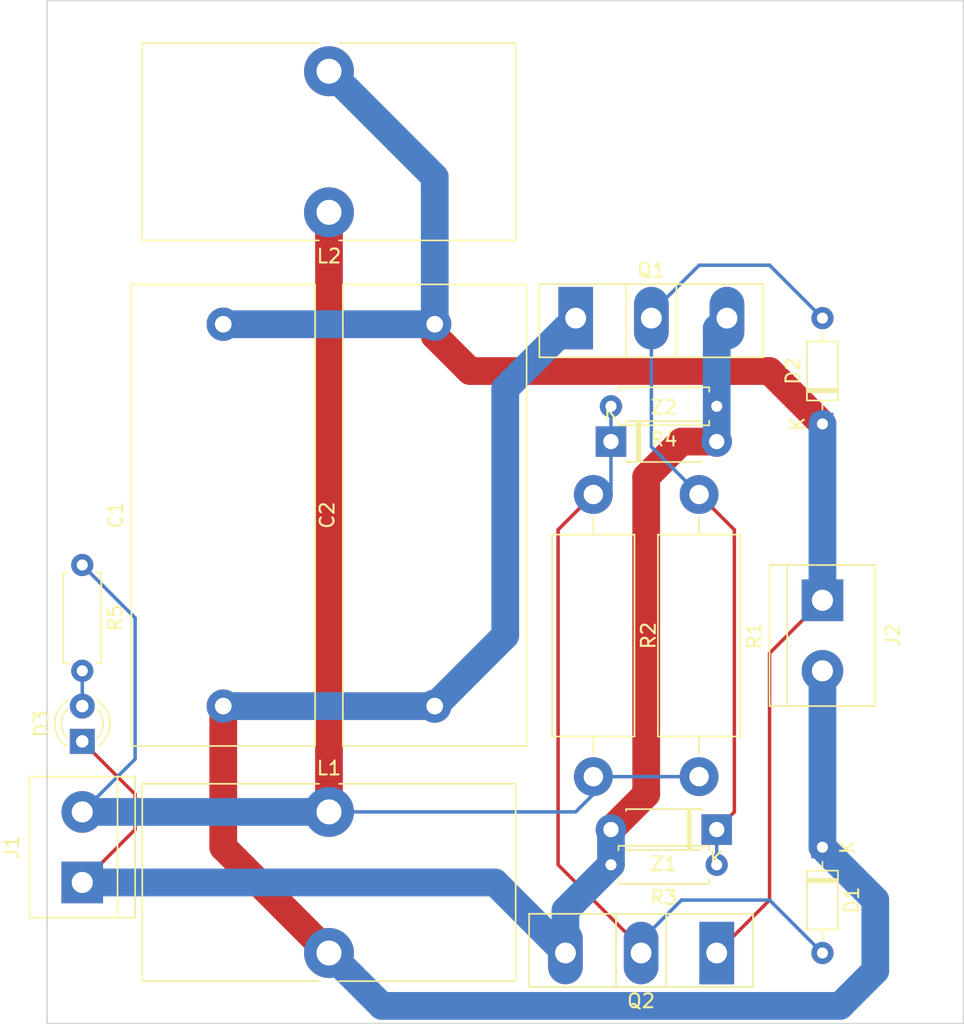
<source format=kicad_pcb>
(kicad_pcb (version 20171130) (host pcbnew "(5.1.4)-1")

  (general
    (thickness 1.6)
    (drawings 4)
    (tracks 69)
    (zones 0)
    (modules 18)
    (nets 8)
  )

  (page A4)
  (layers
    (0 F.Cu signal)
    (31 B.Cu signal)
    (32 B.Adhes user)
    (33 F.Adhes user)
    (34 B.Paste user)
    (35 F.Paste user)
    (36 B.SilkS user)
    (37 F.SilkS user)
    (38 B.Mask user)
    (39 F.Mask user)
    (40 Dwgs.User user)
    (41 Cmts.User user)
    (42 Eco1.User user)
    (43 Eco2.User user)
    (44 Edge.Cuts user)
    (45 Margin user)
    (46 B.CrtYd user)
    (47 F.CrtYd user)
    (48 B.Fab user)
    (49 F.Fab user)
  )

  (setup
    (last_trace_width 2)
    (user_trace_width 2)
    (trace_clearance 0.2)
    (zone_clearance 0.508)
    (zone_45_only no)
    (trace_min 0.2)
    (via_size 0.8)
    (via_drill 0.4)
    (via_min_size 0.4)
    (via_min_drill 0.3)
    (uvia_size 0.3)
    (uvia_drill 0.1)
    (uvias_allowed no)
    (uvia_min_size 0.2)
    (uvia_min_drill 0.1)
    (edge_width 0.1)
    (segment_width 0.2)
    (pcb_text_width 0.3)
    (pcb_text_size 1.5 1.5)
    (mod_edge_width 0.15)
    (mod_text_size 1 1)
    (mod_text_width 0.15)
    (pad_size 1.524 1.524)
    (pad_drill 0.762)
    (pad_to_mask_clearance 0)
    (aux_axis_origin 0 0)
    (visible_elements 7FFFFFFF)
    (pcbplotparams
      (layerselection 0x010fc_ffffffff)
      (usegerberextensions false)
      (usegerberattributes false)
      (usegerberadvancedattributes false)
      (creategerberjobfile false)
      (excludeedgelayer true)
      (linewidth 0.100000)
      (plotframeref false)
      (viasonmask false)
      (mode 1)
      (useauxorigin false)
      (hpglpennumber 1)
      (hpglpenspeed 20)
      (hpglpendiameter 15.000000)
      (psnegative false)
      (psa4output false)
      (plotreference true)
      (plotvalue true)
      (plotinvisibletext false)
      (padsonsilk false)
      (subtractmaskfromsilk false)
      (outputformat 1)
      (mirror false)
      (drillshape 1)
      (scaleselection 1)
      (outputdirectory ""))
  )

  (net 0 "")
  (net 1 "Net-(D1-Pad2)")
  (net 2 "Net-(D2-Pad2)")
  (net 3 /DCInput-)
  (net 4 /DCInput+)
  (net 5 /Output-)
  (net 6 /Output+)
  (net 7 "Net-(D3-Pad2)")

  (net_class Default "This is the default net class."
    (clearance 0.2)
    (trace_width 0.25)
    (via_dia 0.8)
    (via_drill 0.4)
    (uvia_dia 0.3)
    (uvia_drill 0.1)
    (add_net /DCInput+)
    (add_net /DCInput-)
    (add_net /Output+)
    (add_net /Output-)
    (add_net "Net-(D1-Pad2)")
    (add_net "Net-(D2-Pad2)")
    (add_net "Net-(D3-Pad2)")
  )

  (module Resistor_THT:R_Axial_DIN0207_L6.3mm_D2.5mm_P7.62mm_Horizontal (layer F.Cu) (tedit 5AE5139B) (tstamp 5FD5D105)
    (at 96.52 48.26 270)
    (descr "Resistor, Axial_DIN0207 series, Axial, Horizontal, pin pitch=7.62mm, 0.25W = 1/4W, length*diameter=6.3*2.5mm^2, http://cdn-reichelt.de/documents/datenblatt/B400/1_4W%23YAG.pdf")
    (tags "Resistor Axial_DIN0207 series Axial Horizontal pin pitch 7.62mm 0.25W = 1/4W length 6.3mm diameter 2.5mm")
    (path /5FD5F619)
    (fp_text reference R5 (at 3.81 -2.37 90) (layer F.SilkS)
      (effects (font (size 1 1) (thickness 0.15)))
    )
    (fp_text value 2.2K (at 3.81 2.37 90) (layer F.Fab)
      (effects (font (size 1 1) (thickness 0.15)))
    )
    (fp_text user %R (at 3.81 0 90) (layer F.Fab)
      (effects (font (size 1 1) (thickness 0.15)))
    )
    (fp_line (start 8.67 -1.5) (end -1.05 -1.5) (layer F.CrtYd) (width 0.05))
    (fp_line (start 8.67 1.5) (end 8.67 -1.5) (layer F.CrtYd) (width 0.05))
    (fp_line (start -1.05 1.5) (end 8.67 1.5) (layer F.CrtYd) (width 0.05))
    (fp_line (start -1.05 -1.5) (end -1.05 1.5) (layer F.CrtYd) (width 0.05))
    (fp_line (start 7.08 1.37) (end 7.08 1.04) (layer F.SilkS) (width 0.12))
    (fp_line (start 0.54 1.37) (end 7.08 1.37) (layer F.SilkS) (width 0.12))
    (fp_line (start 0.54 1.04) (end 0.54 1.37) (layer F.SilkS) (width 0.12))
    (fp_line (start 7.08 -1.37) (end 7.08 -1.04) (layer F.SilkS) (width 0.12))
    (fp_line (start 0.54 -1.37) (end 7.08 -1.37) (layer F.SilkS) (width 0.12))
    (fp_line (start 0.54 -1.04) (end 0.54 -1.37) (layer F.SilkS) (width 0.12))
    (fp_line (start 7.62 0) (end 6.96 0) (layer F.Fab) (width 0.1))
    (fp_line (start 0 0) (end 0.66 0) (layer F.Fab) (width 0.1))
    (fp_line (start 6.96 -1.25) (end 0.66 -1.25) (layer F.Fab) (width 0.1))
    (fp_line (start 6.96 1.25) (end 6.96 -1.25) (layer F.Fab) (width 0.1))
    (fp_line (start 0.66 1.25) (end 6.96 1.25) (layer F.Fab) (width 0.1))
    (fp_line (start 0.66 -1.25) (end 0.66 1.25) (layer F.Fab) (width 0.1))
    (pad 2 thru_hole oval (at 7.62 0 270) (size 1.6 1.6) (drill 0.8) (layers *.Cu *.Mask)
      (net 7 "Net-(D3-Pad2)"))
    (pad 1 thru_hole circle (at 0 0 270) (size 1.6 1.6) (drill 0.8) (layers *.Cu *.Mask)
      (net 4 /DCInput+))
    (model ${KISYS3DMOD}/Resistor_THT.3dshapes/R_Axial_DIN0207_L6.3mm_D2.5mm_P7.62mm_Horizontal.wrl
      (at (xyz 0 0 0))
      (scale (xyz 1 1 1))
      (rotate (xyz 0 0 0))
    )
  )

  (module LED_THT:LED_D3.0mm_FlatTop (layer F.Cu) (tedit 5880A862) (tstamp 5FD5CF1A)
    (at 96.52 60.96 90)
    (descr "LED, Round, FlatTop, diameter 3.0mm, 2 pins, http://www.kingbright.com/attachments/file/psearch/000/00/00/L-47XEC(Ver.9A).pdf")
    (tags "LED Round FlatTop diameter 3.0mm 2 pins")
    (path /5FD612FF)
    (fp_text reference D3 (at 1.27 -2.96 90) (layer F.SilkS)
      (effects (font (size 1 1) (thickness 0.15)))
    )
    (fp_text value LED (at 1.27 2.96 90) (layer F.Fab)
      (effects (font (size 1 1) (thickness 0.15)))
    )
    (fp_line (start 3.7 -2.25) (end -1.15 -2.25) (layer F.CrtYd) (width 0.05))
    (fp_line (start 3.7 2.25) (end 3.7 -2.25) (layer F.CrtYd) (width 0.05))
    (fp_line (start -1.15 2.25) (end 3.7 2.25) (layer F.CrtYd) (width 0.05))
    (fp_line (start -1.15 -2.25) (end -1.15 2.25) (layer F.CrtYd) (width 0.05))
    (fp_line (start -0.29 1.08) (end -0.29 1.236) (layer F.SilkS) (width 0.12))
    (fp_line (start -0.29 -1.236) (end -0.29 -1.08) (layer F.SilkS) (width 0.12))
    (fp_line (start -0.23 -1.16619) (end -0.23 1.16619) (layer F.Fab) (width 0.1))
    (fp_circle (center 1.27 0) (end 2.77 0) (layer F.Fab) (width 0.1))
    (fp_arc (start 1.27 0) (end 0.229039 1.08) (angle -87.9) (layer F.SilkS) (width 0.12))
    (fp_arc (start 1.27 0) (end 0.229039 -1.08) (angle 87.9) (layer F.SilkS) (width 0.12))
    (fp_arc (start 1.27 0) (end -0.29 1.235516) (angle -108.8) (layer F.SilkS) (width 0.12))
    (fp_arc (start 1.27 0) (end -0.29 -1.235516) (angle 108.8) (layer F.SilkS) (width 0.12))
    (fp_arc (start 1.27 0) (end -0.23 -1.16619) (angle 284.3) (layer F.Fab) (width 0.1))
    (pad 2 thru_hole circle (at 2.54 0 90) (size 1.8 1.8) (drill 0.9) (layers *.Cu *.Mask)
      (net 7 "Net-(D3-Pad2)"))
    (pad 1 thru_hole rect (at 0 0 90) (size 1.8 1.8) (drill 0.9) (layers *.Cu *.Mask)
      (net 3 /DCInput-))
    (model ${KISYS3DMOD}/LED_THT.3dshapes/LED_D3.0mm_FlatTop.wrl
      (at (xyz 0 0 0))
      (scale (xyz 1 1 1))
      (rotate (xyz 0 0 0))
    )
  )

  (module Inductor_THT:L_Toroid_Vertical_L26.7mm_W14.0mm_P10.16mm_Pulse_D (layer F.Cu) (tedit 5AE59B06) (tstamp 5F59B797)
    (at 114.3 22.86 180)
    (descr "L_Toroid, Vertical series, Radial, pin pitch=10.16mm, , length*width=26.67*13.97mm^2, Pulse, D, http://datasheet.octopart.com/PE-92112KNL-Pulse-datasheet-17853305.pdf")
    (tags "L_Toroid Vertical series Radial pin pitch 10.16mm  length 26.67mm width 13.97mm Pulse D")
    (path /5F59CA90)
    (fp_text reference L2 (at 0 -3.155) (layer F.SilkS)
      (effects (font (size 1 1) (thickness 0.15)))
    )
    (fp_text value 100uH (at 0 13.315) (layer F.Fab)
      (effects (font (size 1 1) (thickness 0.15)))
    )
    (fp_text user %R (at 5.08 0) (layer F.Fab)
      (effects (font (size 1 1) (thickness 0.15)))
    )
    (fp_line (start 13.59 -2.16) (end -13.59 -2.16) (layer F.CrtYd) (width 0.05))
    (fp_line (start 13.59 12.32) (end 13.59 -2.16) (layer F.CrtYd) (width 0.05))
    (fp_line (start -13.59 12.32) (end 13.59 12.32) (layer F.CrtYd) (width 0.05))
    (fp_line (start -13.59 -2.16) (end -13.59 12.32) (layer F.CrtYd) (width 0.05))
    (fp_line (start 13.455 -2.025) (end 13.455 12.185) (layer F.SilkS) (width 0.12))
    (fp_line (start -13.455 -2.025) (end -13.455 12.185) (layer F.SilkS) (width 0.12))
    (fp_line (start 0.725 12.185) (end 13.455 12.185) (layer F.SilkS) (width 0.12))
    (fp_line (start -13.455 12.185) (end -0.725 12.185) (layer F.SilkS) (width 0.12))
    (fp_line (start 0.725 -2.025) (end 13.455 -2.025) (layer F.SilkS) (width 0.12))
    (fp_line (start -13.455 -2.025) (end -0.725 -2.025) (layer F.SilkS) (width 0.12))
    (fp_line (start 10.668 -1.905) (end 12.0015 12.065) (layer F.Fab) (width 0.1))
    (fp_line (start 8.001 -1.905) (end 9.3345 12.065) (layer F.Fab) (width 0.1))
    (fp_line (start 5.334 -1.905) (end 6.6675 12.065) (layer F.Fab) (width 0.1))
    (fp_line (start 2.667 -1.905) (end 4.0005 12.065) (layer F.Fab) (width 0.1))
    (fp_line (start 0 -1.905) (end 1.3335 12.065) (layer F.Fab) (width 0.1))
    (fp_line (start -2.667 -1.905) (end -1.3335 12.065) (layer F.Fab) (width 0.1))
    (fp_line (start -5.334 -1.905) (end -4.0005 12.065) (layer F.Fab) (width 0.1))
    (fp_line (start -8.001 -1.905) (end -6.6675 12.065) (layer F.Fab) (width 0.1))
    (fp_line (start -10.668 -1.905) (end -9.3345 12.065) (layer F.Fab) (width 0.1))
    (fp_line (start -13.335 -1.905) (end -12.0015 12.065) (layer F.Fab) (width 0.1))
    (fp_line (start 13.335 -1.905) (end -13.335 -1.905) (layer F.Fab) (width 0.1))
    (fp_line (start 13.335 12.065) (end 13.335 -1.905) (layer F.Fab) (width 0.1))
    (fp_line (start -13.335 12.065) (end 13.335 12.065) (layer F.Fab) (width 0.1))
    (fp_line (start -13.335 -1.905) (end -13.335 12.065) (layer F.Fab) (width 0.1))
    (pad 2 thru_hole circle (at 0 10.16 180) (size 3.6 3.6) (drill 1.8) (layers *.Cu *.Mask)
      (net 5 /Output-))
    (pad 1 thru_hole circle (at 0 0 180) (size 3.6 3.6) (drill 1.8) (layers *.Cu *.Mask)
      (net 4 /DCInput+))
    (model ${KISYS3DMOD}/Inductor_THT.3dshapes/L_Toroid_Vertical_L26.7mm_W14.0mm_P10.16mm_Pulse_D.wrl
      (at (xyz 0 0 0))
      (scale (xyz 1 1 1))
      (rotate (xyz 0 0 0))
    )
  )

  (module Diode_THT:D_DO-41_SOD81_P7.62mm_Horizontal (layer F.Cu) (tedit 5AE50CD5) (tstamp 5F1035FC)
    (at 142.24 67.31 180)
    (descr "Diode, DO-41_SOD81 series, Axial, Horizontal, pin pitch=7.62mm, , length*diameter=5.2*2.7mm^2, , http://www.diodes.com/_files/packages/DO-41%20(Plastic).pdf")
    (tags "Diode DO-41_SOD81 series Axial Horizontal pin pitch 7.62mm  length 5.2mm diameter 2.7mm")
    (path /5E1D41CF)
    (fp_text reference Z1 (at 3.81 -2.47) (layer F.SilkS)
      (effects (font (size 1 1) (thickness 0.15)))
    )
    (fp_text value 1N4742 (at 3.81 2.47) (layer F.Fab)
      (effects (font (size 1 1) (thickness 0.15)))
    )
    (fp_text user K (at 0 -2.1) (layer F.SilkS)
      (effects (font (size 1 1) (thickness 0.15)))
    )
    (fp_text user K (at 0 -2.1) (layer F.Fab)
      (effects (font (size 1 1) (thickness 0.15)))
    )
    (fp_text user %R (at 4.2 0) (layer F.Fab)
      (effects (font (size 1 1) (thickness 0.15)))
    )
    (fp_line (start 8.97 -1.6) (end -1.35 -1.6) (layer F.CrtYd) (width 0.05))
    (fp_line (start 8.97 1.6) (end 8.97 -1.6) (layer F.CrtYd) (width 0.05))
    (fp_line (start -1.35 1.6) (end 8.97 1.6) (layer F.CrtYd) (width 0.05))
    (fp_line (start -1.35 -1.6) (end -1.35 1.6) (layer F.CrtYd) (width 0.05))
    (fp_line (start 1.87 -1.47) (end 1.87 1.47) (layer F.SilkS) (width 0.12))
    (fp_line (start 2.11 -1.47) (end 2.11 1.47) (layer F.SilkS) (width 0.12))
    (fp_line (start 1.99 -1.47) (end 1.99 1.47) (layer F.SilkS) (width 0.12))
    (fp_line (start 6.53 1.47) (end 6.53 1.34) (layer F.SilkS) (width 0.12))
    (fp_line (start 1.09 1.47) (end 6.53 1.47) (layer F.SilkS) (width 0.12))
    (fp_line (start 1.09 1.34) (end 1.09 1.47) (layer F.SilkS) (width 0.12))
    (fp_line (start 6.53 -1.47) (end 6.53 -1.34) (layer F.SilkS) (width 0.12))
    (fp_line (start 1.09 -1.47) (end 6.53 -1.47) (layer F.SilkS) (width 0.12))
    (fp_line (start 1.09 -1.34) (end 1.09 -1.47) (layer F.SilkS) (width 0.12))
    (fp_line (start 1.89 -1.35) (end 1.89 1.35) (layer F.Fab) (width 0.1))
    (fp_line (start 2.09 -1.35) (end 2.09 1.35) (layer F.Fab) (width 0.1))
    (fp_line (start 1.99 -1.35) (end 1.99 1.35) (layer F.Fab) (width 0.1))
    (fp_line (start 7.62 0) (end 6.41 0) (layer F.Fab) (width 0.1))
    (fp_line (start 0 0) (end 1.21 0) (layer F.Fab) (width 0.1))
    (fp_line (start 6.41 -1.35) (end 1.21 -1.35) (layer F.Fab) (width 0.1))
    (fp_line (start 6.41 1.35) (end 6.41 -1.35) (layer F.Fab) (width 0.1))
    (fp_line (start 1.21 1.35) (end 6.41 1.35) (layer F.Fab) (width 0.1))
    (fp_line (start 1.21 -1.35) (end 1.21 1.35) (layer F.Fab) (width 0.1))
    (pad 2 thru_hole oval (at 7.62 0 180) (size 2.2 2.2) (drill 1.1) (layers *.Cu *.Mask)
      (net 3 /DCInput-))
    (pad 1 thru_hole rect (at 0 0 180) (size 2.2 2.2) (drill 1.1) (layers *.Cu *.Mask)
      (net 2 "Net-(D2-Pad2)"))
    (model ${KISYS3DMOD}/Diode_THT.3dshapes/D_DO-41_SOD81_P7.62mm_Horizontal.wrl
      (at (xyz 0 0 0))
      (scale (xyz 1 1 1))
      (rotate (xyz 0 0 0))
    )
  )

  (module Diode_THT:D_DO-41_SOD81_P7.62mm_Horizontal (layer F.Cu) (tedit 5AE50CD5) (tstamp 5F102F92)
    (at 134.62 39.37)
    (descr "Diode, DO-41_SOD81 series, Axial, Horizontal, pin pitch=7.62mm, , length*diameter=5.2*2.7mm^2, , http://www.diodes.com/_files/packages/DO-41%20(Plastic).pdf")
    (tags "Diode DO-41_SOD81 series Axial Horizontal pin pitch 7.62mm  length 5.2mm diameter 2.7mm")
    (path /5E1D4F81)
    (fp_text reference Z2 (at 3.81 -2.47) (layer F.SilkS)
      (effects (font (size 1 1) (thickness 0.15)))
    )
    (fp_text value 1N4742 (at 3.81 2.47) (layer F.Fab)
      (effects (font (size 1 1) (thickness 0.15)))
    )
    (fp_text user K (at 0 -2.1) (layer F.SilkS)
      (effects (font (size 1 1) (thickness 0.15)))
    )
    (fp_text user K (at 0 -2.1) (layer F.Fab)
      (effects (font (size 1 1) (thickness 0.15)))
    )
    (fp_text user %R (at 4.2 0) (layer F.Fab)
      (effects (font (size 1 1) (thickness 0.15)))
    )
    (fp_line (start 8.97 -1.6) (end -1.35 -1.6) (layer F.CrtYd) (width 0.05))
    (fp_line (start 8.97 1.6) (end 8.97 -1.6) (layer F.CrtYd) (width 0.05))
    (fp_line (start -1.35 1.6) (end 8.97 1.6) (layer F.CrtYd) (width 0.05))
    (fp_line (start -1.35 -1.6) (end -1.35 1.6) (layer F.CrtYd) (width 0.05))
    (fp_line (start 1.87 -1.47) (end 1.87 1.47) (layer F.SilkS) (width 0.12))
    (fp_line (start 2.11 -1.47) (end 2.11 1.47) (layer F.SilkS) (width 0.12))
    (fp_line (start 1.99 -1.47) (end 1.99 1.47) (layer F.SilkS) (width 0.12))
    (fp_line (start 6.53 1.47) (end 6.53 1.34) (layer F.SilkS) (width 0.12))
    (fp_line (start 1.09 1.47) (end 6.53 1.47) (layer F.SilkS) (width 0.12))
    (fp_line (start 1.09 1.34) (end 1.09 1.47) (layer F.SilkS) (width 0.12))
    (fp_line (start 6.53 -1.47) (end 6.53 -1.34) (layer F.SilkS) (width 0.12))
    (fp_line (start 1.09 -1.47) (end 6.53 -1.47) (layer F.SilkS) (width 0.12))
    (fp_line (start 1.09 -1.34) (end 1.09 -1.47) (layer F.SilkS) (width 0.12))
    (fp_line (start 1.89 -1.35) (end 1.89 1.35) (layer F.Fab) (width 0.1))
    (fp_line (start 2.09 -1.35) (end 2.09 1.35) (layer F.Fab) (width 0.1))
    (fp_line (start 1.99 -1.35) (end 1.99 1.35) (layer F.Fab) (width 0.1))
    (fp_line (start 7.62 0) (end 6.41 0) (layer F.Fab) (width 0.1))
    (fp_line (start 0 0) (end 1.21 0) (layer F.Fab) (width 0.1))
    (fp_line (start 6.41 -1.35) (end 1.21 -1.35) (layer F.Fab) (width 0.1))
    (fp_line (start 6.41 1.35) (end 6.41 -1.35) (layer F.Fab) (width 0.1))
    (fp_line (start 1.21 1.35) (end 6.41 1.35) (layer F.Fab) (width 0.1))
    (fp_line (start 1.21 -1.35) (end 1.21 1.35) (layer F.Fab) (width 0.1))
    (pad 2 thru_hole oval (at 7.62 0) (size 2.2 2.2) (drill 1.1) (layers *.Cu *.Mask)
      (net 3 /DCInput-))
    (pad 1 thru_hole rect (at 0 0) (size 2.2 2.2) (drill 1.1) (layers *.Cu *.Mask)
      (net 1 "Net-(D1-Pad2)"))
    (model ${KISYS3DMOD}/Diode_THT.3dshapes/D_DO-41_SOD81_P7.62mm_Horizontal.wrl
      (at (xyz 0 0 0))
      (scale (xyz 1 1 1))
      (rotate (xyz 0 0 0))
    )
  )

  (module Inductor_THT:L_Toroid_Vertical_L26.7mm_W14.0mm_P10.16mm_Pulse_D (layer F.Cu) (tedit 5AE59B06) (tstamp 5F101C6F)
    (at 114.3 66.04)
    (descr "L_Toroid, Vertical series, Radial, pin pitch=10.16mm, , length*width=26.67*13.97mm^2, Pulse, D, http://datasheet.octopart.com/PE-92112KNL-Pulse-datasheet-17853305.pdf")
    (tags "L_Toroid Vertical series Radial pin pitch 10.16mm  length 26.67mm width 13.97mm Pulse D")
    (path /5E1CFA42)
    (fp_text reference L1 (at 0 -3.155) (layer F.SilkS)
      (effects (font (size 1 1) (thickness 0.15)))
    )
    (fp_text value 100uH (at 0 13.315) (layer F.Fab)
      (effects (font (size 1 1) (thickness 0.15)))
    )
    (fp_line (start -13.335 -1.905) (end -13.335 12.065) (layer F.Fab) (width 0.1))
    (fp_line (start -13.335 12.065) (end 13.335 12.065) (layer F.Fab) (width 0.1))
    (fp_line (start 13.335 12.065) (end 13.335 -1.905) (layer F.Fab) (width 0.1))
    (fp_line (start 13.335 -1.905) (end -13.335 -1.905) (layer F.Fab) (width 0.1))
    (fp_line (start -13.335 -1.905) (end -12.0015 12.065) (layer F.Fab) (width 0.1))
    (fp_line (start -10.668 -1.905) (end -9.3345 12.065) (layer F.Fab) (width 0.1))
    (fp_line (start -8.001 -1.905) (end -6.6675 12.065) (layer F.Fab) (width 0.1))
    (fp_line (start -5.334 -1.905) (end -4.0005 12.065) (layer F.Fab) (width 0.1))
    (fp_line (start -2.667 -1.905) (end -1.3335 12.065) (layer F.Fab) (width 0.1))
    (fp_line (start 0 -1.905) (end 1.3335 12.065) (layer F.Fab) (width 0.1))
    (fp_line (start 2.667 -1.905) (end 4.0005 12.065) (layer F.Fab) (width 0.1))
    (fp_line (start 5.334 -1.905) (end 6.6675 12.065) (layer F.Fab) (width 0.1))
    (fp_line (start 8.001 -1.905) (end 9.3345 12.065) (layer F.Fab) (width 0.1))
    (fp_line (start 10.668 -1.905) (end 12.0015 12.065) (layer F.Fab) (width 0.1))
    (fp_line (start -13.455 -2.025) (end -0.725 -2.025) (layer F.SilkS) (width 0.12))
    (fp_line (start 0.725 -2.025) (end 13.455 -2.025) (layer F.SilkS) (width 0.12))
    (fp_line (start -13.455 12.185) (end -0.725 12.185) (layer F.SilkS) (width 0.12))
    (fp_line (start 0.725 12.185) (end 13.455 12.185) (layer F.SilkS) (width 0.12))
    (fp_line (start -13.455 -2.025) (end -13.455 12.185) (layer F.SilkS) (width 0.12))
    (fp_line (start 13.455 -2.025) (end 13.455 12.185) (layer F.SilkS) (width 0.12))
    (fp_line (start -13.59 -2.16) (end -13.59 12.32) (layer F.CrtYd) (width 0.05))
    (fp_line (start -13.59 12.32) (end 13.59 12.32) (layer F.CrtYd) (width 0.05))
    (fp_line (start 13.59 12.32) (end 13.59 -2.16) (layer F.CrtYd) (width 0.05))
    (fp_line (start 13.59 -2.16) (end -13.59 -2.16) (layer F.CrtYd) (width 0.05))
    (fp_text user %R (at 5.08 0) (layer F.Fab)
      (effects (font (size 1 1) (thickness 0.15)))
    )
    (pad 1 thru_hole circle (at 0 0) (size 3.6 3.6) (drill 1.8) (layers *.Cu *.Mask)
      (net 4 /DCInput+))
    (pad 2 thru_hole circle (at 0 10.16) (size 3.6 3.6) (drill 1.8) (layers *.Cu *.Mask)
      (net 6 /Output+))
    (model ${KISYS3DMOD}/Inductor_THT.3dshapes/L_Toroid_Vertical_L26.7mm_W14.0mm_P10.16mm_Pulse_D.wrl
      (at (xyz 0 0 0))
      (scale (xyz 1 1 1))
      (rotate (xyz 0 0 0))
    )
  )

  (module Capacitor_THT:C_Rect_L33.0mm_W13.0mm_P27.50mm_MKS4 (layer F.Cu) (tedit 5AE50EF0) (tstamp 5F101315)
    (at 121.92 58.42 90)
    (descr "C, Rect series, Radial, pin pitch=27.50mm, , length*width=33*13mm^2, Capacitor, http://www.wima.com/EN/WIMA_MKS_4.pdf")
    (tags "C Rect series Radial pin pitch 27.50mm  length 33mm width 13mm Capacitor")
    (path /5F0FFA5C)
    (fp_text reference C2 (at 13.75 -7.75 90) (layer F.SilkS)
      (effects (font (size 1 1) (thickness 0.15)))
    )
    (fp_text value "MKP 0.33uF" (at 13.75 7.75 90) (layer F.Fab)
      (effects (font (size 1 1) (thickness 0.15)))
    )
    (fp_line (start -2.75 -6.5) (end -2.75 6.5) (layer F.Fab) (width 0.1))
    (fp_line (start -2.75 6.5) (end 30.25 6.5) (layer F.Fab) (width 0.1))
    (fp_line (start 30.25 6.5) (end 30.25 -6.5) (layer F.Fab) (width 0.1))
    (fp_line (start 30.25 -6.5) (end -2.75 -6.5) (layer F.Fab) (width 0.1))
    (fp_line (start -2.87 -6.62) (end 30.37 -6.62) (layer F.SilkS) (width 0.12))
    (fp_line (start -2.87 6.62) (end 30.37 6.62) (layer F.SilkS) (width 0.12))
    (fp_line (start -2.87 -6.62) (end -2.87 6.62) (layer F.SilkS) (width 0.12))
    (fp_line (start 30.37 -6.62) (end 30.37 6.62) (layer F.SilkS) (width 0.12))
    (fp_line (start -3 -6.75) (end -3 6.75) (layer F.CrtYd) (width 0.05))
    (fp_line (start -3 6.75) (end 30.5 6.75) (layer F.CrtYd) (width 0.05))
    (fp_line (start 30.5 6.75) (end 30.5 -6.75) (layer F.CrtYd) (width 0.05))
    (fp_line (start 30.5 -6.75) (end -3 -6.75) (layer F.CrtYd) (width 0.05))
    (fp_text user %R (at 13.75 0 90) (layer F.Fab)
      (effects (font (size 1 1) (thickness 0.15)))
    )
    (pad 1 thru_hole circle (at 0 0 90) (size 2.4 2.4) (drill 1.2) (layers *.Cu *.Mask)
      (net 6 /Output+))
    (pad 2 thru_hole circle (at 27.5 0 90) (size 2.4 2.4) (drill 1.2) (layers *.Cu *.Mask)
      (net 5 /Output-))
    (model ${KISYS3DMOD}/Capacitor_THT.3dshapes/C_Rect_L33.0mm_W13.0mm_P27.50mm_MKS4.wrl
      (at (xyz 0 0 0))
      (scale (xyz 1 1 1))
      (rotate (xyz 0 0 0))
    )
  )

  (module Capacitor_THT:C_Rect_L33.0mm_W13.0mm_P27.50mm_MKS4 (layer F.Cu) (tedit 5AE50EF0) (tstamp 5F101302)
    (at 106.68 58.42 90)
    (descr "C, Rect series, Radial, pin pitch=27.50mm, , length*width=33*13mm^2, Capacitor, http://www.wima.com/EN/WIMA_MKS_4.pdf")
    (tags "C Rect series Radial pin pitch 27.50mm  length 33mm width 13mm Capacitor")
    (path /5E1E1F71)
    (fp_text reference C1 (at 13.75 -7.75 90) (layer F.SilkS)
      (effects (font (size 1 1) (thickness 0.15)))
    )
    (fp_text value "MKP 0.33uF" (at 13.75 7.75 90) (layer F.Fab)
      (effects (font (size 1 1) (thickness 0.15)))
    )
    (fp_line (start -2.75 -6.5) (end -2.75 6.5) (layer F.Fab) (width 0.1))
    (fp_line (start -2.75 6.5) (end 30.25 6.5) (layer F.Fab) (width 0.1))
    (fp_line (start 30.25 6.5) (end 30.25 -6.5) (layer F.Fab) (width 0.1))
    (fp_line (start 30.25 -6.5) (end -2.75 -6.5) (layer F.Fab) (width 0.1))
    (fp_line (start -2.87 -6.62) (end 30.37 -6.62) (layer F.SilkS) (width 0.12))
    (fp_line (start -2.87 6.62) (end 30.37 6.62) (layer F.SilkS) (width 0.12))
    (fp_line (start -2.87 -6.62) (end -2.87 6.62) (layer F.SilkS) (width 0.12))
    (fp_line (start 30.37 -6.62) (end 30.37 6.62) (layer F.SilkS) (width 0.12))
    (fp_line (start -3 -6.75) (end -3 6.75) (layer F.CrtYd) (width 0.05))
    (fp_line (start -3 6.75) (end 30.5 6.75) (layer F.CrtYd) (width 0.05))
    (fp_line (start 30.5 6.75) (end 30.5 -6.75) (layer F.CrtYd) (width 0.05))
    (fp_line (start 30.5 -6.75) (end -3 -6.75) (layer F.CrtYd) (width 0.05))
    (fp_text user %R (at 13.75 0 90) (layer F.Fab)
      (effects (font (size 1 1) (thickness 0.15)))
    )
    (pad 1 thru_hole circle (at 0 0 90) (size 2.4 2.4) (drill 1.2) (layers *.Cu *.Mask)
      (net 6 /Output+))
    (pad 2 thru_hole circle (at 27.5 0 90) (size 2.4 2.4) (drill 1.2) (layers *.Cu *.Mask)
      (net 5 /Output-))
    (model ${KISYS3DMOD}/Capacitor_THT.3dshapes/C_Rect_L33.0mm_W13.0mm_P27.50mm_MKS4.wrl
      (at (xyz 0 0 0))
      (scale (xyz 1 1 1))
      (rotate (xyz 0 0 0))
    )
  )

  (module Resistor_THT:R_Axial_DIN0207_L6.3mm_D2.5mm_P7.62mm_Horizontal (layer F.Cu) (tedit 5AE5139B) (tstamp 5F1006DD)
    (at 142.24 36.83 180)
    (descr "Resistor, Axial_DIN0207 series, Axial, Horizontal, pin pitch=7.62mm, 0.25W = 1/4W, length*diameter=6.3*2.5mm^2, http://cdn-reichelt.de/documents/datenblatt/B400/1_4W%23YAG.pdf")
    (tags "Resistor Axial_DIN0207 series Axial Horizontal pin pitch 7.62mm 0.25W = 1/4W length 6.3mm diameter 2.5mm")
    (path /5E1D1E9B)
    (fp_text reference R4 (at 3.81 -2.37) (layer F.SilkS)
      (effects (font (size 1 1) (thickness 0.15)))
    )
    (fp_text value 10K (at 3.81 2.37) (layer F.Fab)
      (effects (font (size 1 1) (thickness 0.15)))
    )
    (fp_text user %R (at 3.81 0) (layer F.Fab)
      (effects (font (size 1 1) (thickness 0.15)))
    )
    (fp_line (start 8.67 -1.5) (end -1.05 -1.5) (layer F.CrtYd) (width 0.05))
    (fp_line (start 8.67 1.5) (end 8.67 -1.5) (layer F.CrtYd) (width 0.05))
    (fp_line (start -1.05 1.5) (end 8.67 1.5) (layer F.CrtYd) (width 0.05))
    (fp_line (start -1.05 -1.5) (end -1.05 1.5) (layer F.CrtYd) (width 0.05))
    (fp_line (start 7.08 1.37) (end 7.08 1.04) (layer F.SilkS) (width 0.12))
    (fp_line (start 0.54 1.37) (end 7.08 1.37) (layer F.SilkS) (width 0.12))
    (fp_line (start 0.54 1.04) (end 0.54 1.37) (layer F.SilkS) (width 0.12))
    (fp_line (start 7.08 -1.37) (end 7.08 -1.04) (layer F.SilkS) (width 0.12))
    (fp_line (start 0.54 -1.37) (end 7.08 -1.37) (layer F.SilkS) (width 0.12))
    (fp_line (start 0.54 -1.04) (end 0.54 -1.37) (layer F.SilkS) (width 0.12))
    (fp_line (start 7.62 0) (end 6.96 0) (layer F.Fab) (width 0.1))
    (fp_line (start 0 0) (end 0.66 0) (layer F.Fab) (width 0.1))
    (fp_line (start 6.96 -1.25) (end 0.66 -1.25) (layer F.Fab) (width 0.1))
    (fp_line (start 6.96 1.25) (end 6.96 -1.25) (layer F.Fab) (width 0.1))
    (fp_line (start 0.66 1.25) (end 6.96 1.25) (layer F.Fab) (width 0.1))
    (fp_line (start 0.66 -1.25) (end 0.66 1.25) (layer F.Fab) (width 0.1))
    (pad 2 thru_hole oval (at 7.62 0 180) (size 1.6 1.6) (drill 0.8) (layers *.Cu *.Mask)
      (net 1 "Net-(D1-Pad2)"))
    (pad 1 thru_hole circle (at 0 0 180) (size 1.6 1.6) (drill 0.8) (layers *.Cu *.Mask)
      (net 3 /DCInput-))
    (model ${KISYS3DMOD}/Resistor_THT.3dshapes/R_Axial_DIN0207_L6.3mm_D2.5mm_P7.62mm_Horizontal.wrl
      (at (xyz 0 0 0))
      (scale (xyz 1 1 1))
      (rotate (xyz 0 0 0))
    )
  )

  (module Resistor_THT:R_Axial_DIN0207_L6.3mm_D2.5mm_P7.62mm_Horizontal (layer F.Cu) (tedit 5AE5139B) (tstamp 5F1006C6)
    (at 142.24 69.85 180)
    (descr "Resistor, Axial_DIN0207 series, Axial, Horizontal, pin pitch=7.62mm, 0.25W = 1/4W, length*diameter=6.3*2.5mm^2, http://cdn-reichelt.de/documents/datenblatt/B400/1_4W%23YAG.pdf")
    (tags "Resistor Axial_DIN0207 series Axial Horizontal pin pitch 7.62mm 0.25W = 1/4W length 6.3mm diameter 2.5mm")
    (path /5E1D17CA)
    (fp_text reference R3 (at 3.81 -2.37) (layer F.SilkS)
      (effects (font (size 1 1) (thickness 0.15)))
    )
    (fp_text value 10K (at 3.81 2.37) (layer F.Fab)
      (effects (font (size 1 1) (thickness 0.15)))
    )
    (fp_text user %R (at 3.81 0) (layer F.Fab)
      (effects (font (size 1 1) (thickness 0.15)))
    )
    (fp_line (start 8.67 -1.5) (end -1.05 -1.5) (layer F.CrtYd) (width 0.05))
    (fp_line (start 8.67 1.5) (end 8.67 -1.5) (layer F.CrtYd) (width 0.05))
    (fp_line (start -1.05 1.5) (end 8.67 1.5) (layer F.CrtYd) (width 0.05))
    (fp_line (start -1.05 -1.5) (end -1.05 1.5) (layer F.CrtYd) (width 0.05))
    (fp_line (start 7.08 1.37) (end 7.08 1.04) (layer F.SilkS) (width 0.12))
    (fp_line (start 0.54 1.37) (end 7.08 1.37) (layer F.SilkS) (width 0.12))
    (fp_line (start 0.54 1.04) (end 0.54 1.37) (layer F.SilkS) (width 0.12))
    (fp_line (start 7.08 -1.37) (end 7.08 -1.04) (layer F.SilkS) (width 0.12))
    (fp_line (start 0.54 -1.37) (end 7.08 -1.37) (layer F.SilkS) (width 0.12))
    (fp_line (start 0.54 -1.04) (end 0.54 -1.37) (layer F.SilkS) (width 0.12))
    (fp_line (start 7.62 0) (end 6.96 0) (layer F.Fab) (width 0.1))
    (fp_line (start 0 0) (end 0.66 0) (layer F.Fab) (width 0.1))
    (fp_line (start 6.96 -1.25) (end 0.66 -1.25) (layer F.Fab) (width 0.1))
    (fp_line (start 6.96 1.25) (end 6.96 -1.25) (layer F.Fab) (width 0.1))
    (fp_line (start 0.66 1.25) (end 6.96 1.25) (layer F.Fab) (width 0.1))
    (fp_line (start 0.66 -1.25) (end 0.66 1.25) (layer F.Fab) (width 0.1))
    (pad 2 thru_hole oval (at 7.62 0 180) (size 1.6 1.6) (drill 0.8) (layers *.Cu *.Mask)
      (net 3 /DCInput-))
    (pad 1 thru_hole circle (at 0 0 180) (size 1.6 1.6) (drill 0.8) (layers *.Cu *.Mask)
      (net 2 "Net-(D2-Pad2)"))
    (model ${KISYS3DMOD}/Resistor_THT.3dshapes/R_Axial_DIN0207_L6.3mm_D2.5mm_P7.62mm_Horizontal.wrl
      (at (xyz 0 0 0))
      (scale (xyz 1 1 1))
      (rotate (xyz 0 0 0))
    )
  )

  (module Resistor_THT:R_Axial_DIN0614_L14.3mm_D5.7mm_P20.32mm_Horizontal (layer F.Cu) (tedit 5AE5139B) (tstamp 5F1006AF)
    (at 133.35 43.18 270)
    (descr "Resistor, Axial_DIN0614 series, Axial, Horizontal, pin pitch=20.32mm, 1.5W, length*diameter=14.3*5.7mm^2")
    (tags "Resistor Axial_DIN0614 series Axial Horizontal pin pitch 20.32mm 1.5W length 14.3mm diameter 5.7mm")
    (path /5E1D0E43)
    (fp_text reference R2 (at 10.16 -3.97 90) (layer F.SilkS)
      (effects (font (size 1 1) (thickness 0.15)))
    )
    (fp_text value "470 2W" (at 10.16 3.97 90) (layer F.Fab)
      (effects (font (size 1 1) (thickness 0.15)))
    )
    (fp_text user %R (at 10.16 0 90) (layer F.Fab)
      (effects (font (size 1 1) (thickness 0.15)))
    )
    (fp_line (start 21.97 -3.1) (end -1.65 -3.1) (layer F.CrtYd) (width 0.05))
    (fp_line (start 21.97 3.1) (end 21.97 -3.1) (layer F.CrtYd) (width 0.05))
    (fp_line (start -1.65 3.1) (end 21.97 3.1) (layer F.CrtYd) (width 0.05))
    (fp_line (start -1.65 -3.1) (end -1.65 3.1) (layer F.CrtYd) (width 0.05))
    (fp_line (start 18.68 0) (end 17.43 0) (layer F.SilkS) (width 0.12))
    (fp_line (start 1.64 0) (end 2.89 0) (layer F.SilkS) (width 0.12))
    (fp_line (start 17.43 -2.97) (end 2.89 -2.97) (layer F.SilkS) (width 0.12))
    (fp_line (start 17.43 2.97) (end 17.43 -2.97) (layer F.SilkS) (width 0.12))
    (fp_line (start 2.89 2.97) (end 17.43 2.97) (layer F.SilkS) (width 0.12))
    (fp_line (start 2.89 -2.97) (end 2.89 2.97) (layer F.SilkS) (width 0.12))
    (fp_line (start 20.32 0) (end 17.31 0) (layer F.Fab) (width 0.1))
    (fp_line (start 0 0) (end 3.01 0) (layer F.Fab) (width 0.1))
    (fp_line (start 17.31 -2.85) (end 3.01 -2.85) (layer F.Fab) (width 0.1))
    (fp_line (start 17.31 2.85) (end 17.31 -2.85) (layer F.Fab) (width 0.1))
    (fp_line (start 3.01 2.85) (end 17.31 2.85) (layer F.Fab) (width 0.1))
    (fp_line (start 3.01 -2.85) (end 3.01 2.85) (layer F.Fab) (width 0.1))
    (pad 2 thru_hole oval (at 20.32 0 270) (size 2.8 2.8) (drill 1.4) (layers *.Cu *.Mask)
      (net 4 /DCInput+))
    (pad 1 thru_hole circle (at 0 0 270) (size 2.8 2.8) (drill 1.4) (layers *.Cu *.Mask)
      (net 1 "Net-(D1-Pad2)"))
    (model ${KISYS3DMOD}/Resistor_THT.3dshapes/R_Axial_DIN0614_L14.3mm_D5.7mm_P20.32mm_Horizontal.wrl
      (at (xyz 0 0 0))
      (scale (xyz 1 1 1))
      (rotate (xyz 0 0 0))
    )
  )

  (module Resistor_THT:R_Axial_DIN0614_L14.3mm_D5.7mm_P20.32mm_Horizontal (layer F.Cu) (tedit 5AE5139B) (tstamp 5F100698)
    (at 140.97 43.18 270)
    (descr "Resistor, Axial_DIN0614 series, Axial, Horizontal, pin pitch=20.32mm, 1.5W, length*diameter=14.3*5.7mm^2")
    (tags "Resistor Axial_DIN0614 series Axial Horizontal pin pitch 20.32mm 1.5W length 14.3mm diameter 5.7mm")
    (path /5E1D0721)
    (fp_text reference R1 (at 10.16 -3.97 90) (layer F.SilkS)
      (effects (font (size 1 1) (thickness 0.15)))
    )
    (fp_text value "470 2W" (at 10.16 3.97 90) (layer F.Fab)
      (effects (font (size 1 1) (thickness 0.15)))
    )
    (fp_text user %R (at 10.16 0 90) (layer F.Fab)
      (effects (font (size 1 1) (thickness 0.15)))
    )
    (fp_line (start 21.97 -3.1) (end -1.65 -3.1) (layer F.CrtYd) (width 0.05))
    (fp_line (start 21.97 3.1) (end 21.97 -3.1) (layer F.CrtYd) (width 0.05))
    (fp_line (start -1.65 3.1) (end 21.97 3.1) (layer F.CrtYd) (width 0.05))
    (fp_line (start -1.65 -3.1) (end -1.65 3.1) (layer F.CrtYd) (width 0.05))
    (fp_line (start 18.68 0) (end 17.43 0) (layer F.SilkS) (width 0.12))
    (fp_line (start 1.64 0) (end 2.89 0) (layer F.SilkS) (width 0.12))
    (fp_line (start 17.43 -2.97) (end 2.89 -2.97) (layer F.SilkS) (width 0.12))
    (fp_line (start 17.43 2.97) (end 17.43 -2.97) (layer F.SilkS) (width 0.12))
    (fp_line (start 2.89 2.97) (end 17.43 2.97) (layer F.SilkS) (width 0.12))
    (fp_line (start 2.89 -2.97) (end 2.89 2.97) (layer F.SilkS) (width 0.12))
    (fp_line (start 20.32 0) (end 17.31 0) (layer F.Fab) (width 0.1))
    (fp_line (start 0 0) (end 3.01 0) (layer F.Fab) (width 0.1))
    (fp_line (start 17.31 -2.85) (end 3.01 -2.85) (layer F.Fab) (width 0.1))
    (fp_line (start 17.31 2.85) (end 17.31 -2.85) (layer F.Fab) (width 0.1))
    (fp_line (start 3.01 2.85) (end 17.31 2.85) (layer F.Fab) (width 0.1))
    (fp_line (start 3.01 -2.85) (end 3.01 2.85) (layer F.Fab) (width 0.1))
    (pad 2 thru_hole oval (at 20.32 0 270) (size 2.8 2.8) (drill 1.4) (layers *.Cu *.Mask)
      (net 4 /DCInput+))
    (pad 1 thru_hole circle (at 0 0 270) (size 2.8 2.8) (drill 1.4) (layers *.Cu *.Mask)
      (net 2 "Net-(D2-Pad2)"))
    (model ${KISYS3DMOD}/Resistor_THT.3dshapes/R_Axial_DIN0614_L14.3mm_D5.7mm_P20.32mm_Horizontal.wrl
      (at (xyz 0 0 0))
      (scale (xyz 1 1 1))
      (rotate (xyz 0 0 0))
    )
  )

  (module Package_TO_SOT_THT:TO-247-3_Vertical (layer F.Cu) (tedit 5AC86DC3) (tstamp 5F100681)
    (at 142.24 76.2 180)
    (descr "TO-247-3, Vertical, RM 5.45mm, see https://toshiba.semicon-storage.com/us/product/mosfet/to-247-4l.html")
    (tags "TO-247-3 Vertical RM 5.45mm")
    (path /5E1D9964)
    (fp_text reference Q2 (at 5.45 -3.45) (layer F.SilkS)
      (effects (font (size 1 1) (thickness 0.15)))
    )
    (fp_text value IRFP250 (at 5.45 3.95) (layer F.Fab)
      (effects (font (size 1 1) (thickness 0.15)))
    )
    (fp_line (start -2.5 -2.33) (end -2.5 2.7) (layer F.Fab) (width 0.1))
    (fp_line (start -2.5 2.7) (end 13.4 2.7) (layer F.Fab) (width 0.1))
    (fp_line (start 13.4 2.7) (end 13.4 -2.33) (layer F.Fab) (width 0.1))
    (fp_line (start 13.4 -2.33) (end -2.5 -2.33) (layer F.Fab) (width 0.1))
    (fp_line (start 3.645 -2.33) (end 3.645 2.7) (layer F.Fab) (width 0.1))
    (fp_line (start 7.255 -2.33) (end 7.255 2.7) (layer F.Fab) (width 0.1))
    (fp_line (start -2.62 -2.451) (end 13.52 -2.451) (layer F.SilkS) (width 0.12))
    (fp_line (start -2.62 2.82) (end 13.52 2.82) (layer F.SilkS) (width 0.12))
    (fp_line (start -2.62 -2.451) (end -2.62 2.82) (layer F.SilkS) (width 0.12))
    (fp_line (start 13.52 -2.451) (end 13.52 2.82) (layer F.SilkS) (width 0.12))
    (fp_line (start 3.646 -2.451) (end 3.646 2.82) (layer F.SilkS) (width 0.12))
    (fp_line (start 7.255 -2.451) (end 7.255 2.82) (layer F.SilkS) (width 0.12))
    (fp_line (start -2.75 -2.59) (end -2.75 2.95) (layer F.CrtYd) (width 0.05))
    (fp_line (start -2.75 2.95) (end 13.65 2.95) (layer F.CrtYd) (width 0.05))
    (fp_line (start 13.65 2.95) (end 13.65 -2.59) (layer F.CrtYd) (width 0.05))
    (fp_line (start 13.65 -2.59) (end -2.75 -2.59) (layer F.CrtYd) (width 0.05))
    (fp_text user %R (at 5.45 -3.45) (layer F.Fab)
      (effects (font (size 1 1) (thickness 0.15)))
    )
    (pad 1 thru_hole rect (at 0 0 180) (size 2.5 4.5) (drill 1.5) (layers *.Cu *.Mask)
      (net 5 /Output-))
    (pad 2 thru_hole oval (at 5.45 0 180) (size 2.5 4.5) (drill 1.5) (layers *.Cu *.Mask)
      (net 1 "Net-(D1-Pad2)"))
    (pad 3 thru_hole oval (at 10.9 0 180) (size 2.5 4.5) (drill 1.5) (layers *.Cu *.Mask)
      (net 3 /DCInput-))
    (model ${KISYS3DMOD}/Package_TO_SOT_THT.3dshapes/TO-247-3_Vertical.wrl
      (at (xyz 0 0 0))
      (scale (xyz 1 1 1))
      (rotate (xyz 0 0 0))
    )
  )

  (module Package_TO_SOT_THT:TO-247-3_Vertical (layer F.Cu) (tedit 5AC86DC3) (tstamp 5F100661)
    (at 132.08 30.48)
    (descr "TO-247-3, Vertical, RM 5.45mm, see https://toshiba.semicon-storage.com/us/product/mosfet/to-247-4l.html")
    (tags "TO-247-3 Vertical RM 5.45mm")
    (path /5E1D8A2B)
    (fp_text reference Q1 (at 5.45 -3.45) (layer F.SilkS)
      (effects (font (size 1 1) (thickness 0.15)))
    )
    (fp_text value IRFP250 (at 5.45 3.95) (layer F.Fab)
      (effects (font (size 1 1) (thickness 0.15)))
    )
    (fp_line (start -2.5 -2.33) (end -2.5 2.7) (layer F.Fab) (width 0.1))
    (fp_line (start -2.5 2.7) (end 13.4 2.7) (layer F.Fab) (width 0.1))
    (fp_line (start 13.4 2.7) (end 13.4 -2.33) (layer F.Fab) (width 0.1))
    (fp_line (start 13.4 -2.33) (end -2.5 -2.33) (layer F.Fab) (width 0.1))
    (fp_line (start 3.645 -2.33) (end 3.645 2.7) (layer F.Fab) (width 0.1))
    (fp_line (start 7.255 -2.33) (end 7.255 2.7) (layer F.Fab) (width 0.1))
    (fp_line (start -2.62 -2.451) (end 13.52 -2.451) (layer F.SilkS) (width 0.12))
    (fp_line (start -2.62 2.82) (end 13.52 2.82) (layer F.SilkS) (width 0.12))
    (fp_line (start -2.62 -2.451) (end -2.62 2.82) (layer F.SilkS) (width 0.12))
    (fp_line (start 13.52 -2.451) (end 13.52 2.82) (layer F.SilkS) (width 0.12))
    (fp_line (start 3.646 -2.451) (end 3.646 2.82) (layer F.SilkS) (width 0.12))
    (fp_line (start 7.255 -2.451) (end 7.255 2.82) (layer F.SilkS) (width 0.12))
    (fp_line (start -2.75 -2.59) (end -2.75 2.95) (layer F.CrtYd) (width 0.05))
    (fp_line (start -2.75 2.95) (end 13.65 2.95) (layer F.CrtYd) (width 0.05))
    (fp_line (start 13.65 2.95) (end 13.65 -2.59) (layer F.CrtYd) (width 0.05))
    (fp_line (start 13.65 -2.59) (end -2.75 -2.59) (layer F.CrtYd) (width 0.05))
    (fp_text user %R (at 5.45 -3.45) (layer F.Fab)
      (effects (font (size 1 1) (thickness 0.15)))
    )
    (pad 1 thru_hole rect (at 0 0) (size 2.5 4.5) (drill 1.5) (layers *.Cu *.Mask)
      (net 6 /Output+))
    (pad 2 thru_hole oval (at 5.45 0) (size 2.5 4.5) (drill 1.5) (layers *.Cu *.Mask)
      (net 2 "Net-(D2-Pad2)"))
    (pad 3 thru_hole oval (at 10.9 0) (size 2.5 4.5) (drill 1.5) (layers *.Cu *.Mask)
      (net 3 /DCInput-))
    (model ${KISYS3DMOD}/Package_TO_SOT_THT.3dshapes/TO-247-3_Vertical.wrl
      (at (xyz 0 0 0))
      (scale (xyz 1 1 1))
      (rotate (xyz 0 0 0))
    )
  )

  (module TerminalBlock:TerminalBlock_bornier-2_P5.08mm (layer F.Cu) (tedit 59FF03AB) (tstamp 5F100622)
    (at 149.86 50.8 270)
    (descr "simple 2-pin terminal block, pitch 5.08mm, revamped version of bornier2")
    (tags "terminal block bornier2")
    (path /5E1CE78D)
    (fp_text reference J2 (at 2.54 -5.08 90) (layer F.SilkS)
      (effects (font (size 1 1) (thickness 0.15)))
    )
    (fp_text value Output (at 2.54 5.08 90) (layer F.Fab)
      (effects (font (size 1 1) (thickness 0.15)))
    )
    (fp_line (start 7.79 4) (end -2.71 4) (layer F.CrtYd) (width 0.05))
    (fp_line (start 7.79 4) (end 7.79 -4) (layer F.CrtYd) (width 0.05))
    (fp_line (start -2.71 -4) (end -2.71 4) (layer F.CrtYd) (width 0.05))
    (fp_line (start -2.71 -4) (end 7.79 -4) (layer F.CrtYd) (width 0.05))
    (fp_line (start -2.54 3.81) (end 7.62 3.81) (layer F.SilkS) (width 0.12))
    (fp_line (start -2.54 -3.81) (end -2.54 3.81) (layer F.SilkS) (width 0.12))
    (fp_line (start 7.62 -3.81) (end -2.54 -3.81) (layer F.SilkS) (width 0.12))
    (fp_line (start 7.62 3.81) (end 7.62 -3.81) (layer F.SilkS) (width 0.12))
    (fp_line (start 7.62 2.54) (end -2.54 2.54) (layer F.SilkS) (width 0.12))
    (fp_line (start 7.54 -3.75) (end -2.46 -3.75) (layer F.Fab) (width 0.1))
    (fp_line (start 7.54 3.75) (end 7.54 -3.75) (layer F.Fab) (width 0.1))
    (fp_line (start -2.46 3.75) (end 7.54 3.75) (layer F.Fab) (width 0.1))
    (fp_line (start -2.46 -3.75) (end -2.46 3.75) (layer F.Fab) (width 0.1))
    (fp_line (start -2.41 2.55) (end 7.49 2.55) (layer F.Fab) (width 0.1))
    (fp_text user %R (at 2.54 0 90) (layer F.Fab)
      (effects (font (size 1 1) (thickness 0.15)))
    )
    (pad 2 thru_hole circle (at 5.08 0 270) (size 3 3) (drill 1.52) (layers *.Cu *.Mask)
      (net 6 /Output+))
    (pad 1 thru_hole rect (at 0 0 270) (size 3 3) (drill 1.52) (layers *.Cu *.Mask)
      (net 5 /Output-))
    (model ${KISYS3DMOD}/TerminalBlock.3dshapes/TerminalBlock_bornier-2_P5.08mm.wrl
      (offset (xyz 2.539999961853027 0 0))
      (scale (xyz 1 1 1))
      (rotate (xyz 0 0 0))
    )
  )

  (module TerminalBlock:TerminalBlock_bornier-2_P5.08mm (layer F.Cu) (tedit 59FF03AB) (tstamp 5F10060D)
    (at 96.52 71.12 90)
    (descr "simple 2-pin terminal block, pitch 5.08mm, revamped version of bornier2")
    (tags "terminal block bornier2")
    (path /5E1CDF5C)
    (fp_text reference J1 (at 2.54 -5.08 90) (layer F.SilkS)
      (effects (font (size 1 1) (thickness 0.15)))
    )
    (fp_text value "12V DC in" (at 2.54 5.08 90) (layer F.Fab)
      (effects (font (size 1 1) (thickness 0.15)))
    )
    (fp_line (start 7.79 4) (end -2.71 4) (layer F.CrtYd) (width 0.05))
    (fp_line (start 7.79 4) (end 7.79 -4) (layer F.CrtYd) (width 0.05))
    (fp_line (start -2.71 -4) (end -2.71 4) (layer F.CrtYd) (width 0.05))
    (fp_line (start -2.71 -4) (end 7.79 -4) (layer F.CrtYd) (width 0.05))
    (fp_line (start -2.54 3.81) (end 7.62 3.81) (layer F.SilkS) (width 0.12))
    (fp_line (start -2.54 -3.81) (end -2.54 3.81) (layer F.SilkS) (width 0.12))
    (fp_line (start 7.62 -3.81) (end -2.54 -3.81) (layer F.SilkS) (width 0.12))
    (fp_line (start 7.62 3.81) (end 7.62 -3.81) (layer F.SilkS) (width 0.12))
    (fp_line (start 7.62 2.54) (end -2.54 2.54) (layer F.SilkS) (width 0.12))
    (fp_line (start 7.54 -3.75) (end -2.46 -3.75) (layer F.Fab) (width 0.1))
    (fp_line (start 7.54 3.75) (end 7.54 -3.75) (layer F.Fab) (width 0.1))
    (fp_line (start -2.46 3.75) (end 7.54 3.75) (layer F.Fab) (width 0.1))
    (fp_line (start -2.46 -3.75) (end -2.46 3.75) (layer F.Fab) (width 0.1))
    (fp_line (start -2.41 2.55) (end 7.49 2.55) (layer F.Fab) (width 0.1))
    (fp_text user %R (at 2.54 0 90) (layer F.Fab)
      (effects (font (size 1 1) (thickness 0.15)))
    )
    (pad 2 thru_hole circle (at 5.08 0 90) (size 3 3) (drill 1.52) (layers *.Cu *.Mask)
      (net 4 /DCInput+))
    (pad 1 thru_hole rect (at 0 0 90) (size 3 3) (drill 1.52) (layers *.Cu *.Mask)
      (net 3 /DCInput-))
    (model ${KISYS3DMOD}/TerminalBlock.3dshapes/TerminalBlock_bornier-2_P5.08mm.wrl
      (offset (xyz 2.539999961853027 0 0))
      (scale (xyz 1 1 1))
      (rotate (xyz 0 0 0))
    )
  )

  (module Diode_THT:D_DO-35_SOD27_P7.62mm_Horizontal (layer F.Cu) (tedit 5AE50CD5) (tstamp 5F1005F8)
    (at 149.86 38.1 90)
    (descr "Diode, DO-35_SOD27 series, Axial, Horizontal, pin pitch=7.62mm, , length*diameter=4*2mm^2, , http://www.diodes.com/_files/packages/DO-35.pdf")
    (tags "Diode DO-35_SOD27 series Axial Horizontal pin pitch 7.62mm  length 4mm diameter 2mm")
    (path /5E1D7427)
    (fp_text reference D2 (at 3.81 -2.12 90) (layer F.SilkS)
      (effects (font (size 1 1) (thickness 0.15)))
    )
    (fp_text value FR107 (at 3.81 2.12 90) (layer F.Fab)
      (effects (font (size 1 1) (thickness 0.15)))
    )
    (fp_line (start 1.81 -1) (end 1.81 1) (layer F.Fab) (width 0.1))
    (fp_line (start 1.81 1) (end 5.81 1) (layer F.Fab) (width 0.1))
    (fp_line (start 5.81 1) (end 5.81 -1) (layer F.Fab) (width 0.1))
    (fp_line (start 5.81 -1) (end 1.81 -1) (layer F.Fab) (width 0.1))
    (fp_line (start 0 0) (end 1.81 0) (layer F.Fab) (width 0.1))
    (fp_line (start 7.62 0) (end 5.81 0) (layer F.Fab) (width 0.1))
    (fp_line (start 2.41 -1) (end 2.41 1) (layer F.Fab) (width 0.1))
    (fp_line (start 2.51 -1) (end 2.51 1) (layer F.Fab) (width 0.1))
    (fp_line (start 2.31 -1) (end 2.31 1) (layer F.Fab) (width 0.1))
    (fp_line (start 1.69 -1.12) (end 1.69 1.12) (layer F.SilkS) (width 0.12))
    (fp_line (start 1.69 1.12) (end 5.93 1.12) (layer F.SilkS) (width 0.12))
    (fp_line (start 5.93 1.12) (end 5.93 -1.12) (layer F.SilkS) (width 0.12))
    (fp_line (start 5.93 -1.12) (end 1.69 -1.12) (layer F.SilkS) (width 0.12))
    (fp_line (start 1.04 0) (end 1.69 0) (layer F.SilkS) (width 0.12))
    (fp_line (start 6.58 0) (end 5.93 0) (layer F.SilkS) (width 0.12))
    (fp_line (start 2.41 -1.12) (end 2.41 1.12) (layer F.SilkS) (width 0.12))
    (fp_line (start 2.53 -1.12) (end 2.53 1.12) (layer F.SilkS) (width 0.12))
    (fp_line (start 2.29 -1.12) (end 2.29 1.12) (layer F.SilkS) (width 0.12))
    (fp_line (start -1.05 -1.25) (end -1.05 1.25) (layer F.CrtYd) (width 0.05))
    (fp_line (start -1.05 1.25) (end 8.67 1.25) (layer F.CrtYd) (width 0.05))
    (fp_line (start 8.67 1.25) (end 8.67 -1.25) (layer F.CrtYd) (width 0.05))
    (fp_line (start 8.67 -1.25) (end -1.05 -1.25) (layer F.CrtYd) (width 0.05))
    (fp_text user %R (at 4.11 0 90) (layer F.Fab)
      (effects (font (size 0.8 0.8) (thickness 0.12)))
    )
    (fp_text user K (at 0 -1.8 90) (layer F.Fab)
      (effects (font (size 1 1) (thickness 0.15)))
    )
    (fp_text user K (at 0 -1.8 90) (layer F.SilkS)
      (effects (font (size 1 1) (thickness 0.15)))
    )
    (pad 1 thru_hole rect (at 0 0 90) (size 1.6 1.6) (drill 0.8) (layers *.Cu *.Mask)
      (net 5 /Output-))
    (pad 2 thru_hole oval (at 7.62 0 90) (size 1.6 1.6) (drill 0.8) (layers *.Cu *.Mask)
      (net 2 "Net-(D2-Pad2)"))
    (model ${KISYS3DMOD}/Diode_THT.3dshapes/D_DO-35_SOD27_P7.62mm_Horizontal.wrl
      (at (xyz 0 0 0))
      (scale (xyz 1 1 1))
      (rotate (xyz 0 0 0))
    )
  )

  (module Diode_THT:D_DO-35_SOD27_P7.62mm_Horizontal (layer F.Cu) (tedit 5AE50CD5) (tstamp 5F1005D9)
    (at 149.86 68.58 270)
    (descr "Diode, DO-35_SOD27 series, Axial, Horizontal, pin pitch=7.62mm, , length*diameter=4*2mm^2, , http://www.diodes.com/_files/packages/DO-35.pdf")
    (tags "Diode DO-35_SOD27 series Axial Horizontal pin pitch 7.62mm  length 4mm diameter 2mm")
    (path /5E1D6843)
    (fp_text reference D1 (at 3.81 -2.12 90) (layer F.SilkS)
      (effects (font (size 1 1) (thickness 0.15)))
    )
    (fp_text value FR107 (at 3.81 2.12 90) (layer F.Fab)
      (effects (font (size 1 1) (thickness 0.15)))
    )
    (fp_text user K (at 0 -1.8 90) (layer F.SilkS)
      (effects (font (size 1 1) (thickness 0.15)))
    )
    (fp_text user K (at 0 -1.8 90) (layer F.Fab)
      (effects (font (size 1 1) (thickness 0.15)))
    )
    (fp_text user %R (at 4.11 0 90) (layer F.Fab)
      (effects (font (size 0.8 0.8) (thickness 0.12)))
    )
    (fp_line (start 8.67 -1.25) (end -1.05 -1.25) (layer F.CrtYd) (width 0.05))
    (fp_line (start 8.67 1.25) (end 8.67 -1.25) (layer F.CrtYd) (width 0.05))
    (fp_line (start -1.05 1.25) (end 8.67 1.25) (layer F.CrtYd) (width 0.05))
    (fp_line (start -1.05 -1.25) (end -1.05 1.25) (layer F.CrtYd) (width 0.05))
    (fp_line (start 2.29 -1.12) (end 2.29 1.12) (layer F.SilkS) (width 0.12))
    (fp_line (start 2.53 -1.12) (end 2.53 1.12) (layer F.SilkS) (width 0.12))
    (fp_line (start 2.41 -1.12) (end 2.41 1.12) (layer F.SilkS) (width 0.12))
    (fp_line (start 6.58 0) (end 5.93 0) (layer F.SilkS) (width 0.12))
    (fp_line (start 1.04 0) (end 1.69 0) (layer F.SilkS) (width 0.12))
    (fp_line (start 5.93 -1.12) (end 1.69 -1.12) (layer F.SilkS) (width 0.12))
    (fp_line (start 5.93 1.12) (end 5.93 -1.12) (layer F.SilkS) (width 0.12))
    (fp_line (start 1.69 1.12) (end 5.93 1.12) (layer F.SilkS) (width 0.12))
    (fp_line (start 1.69 -1.12) (end 1.69 1.12) (layer F.SilkS) (width 0.12))
    (fp_line (start 2.31 -1) (end 2.31 1) (layer F.Fab) (width 0.1))
    (fp_line (start 2.51 -1) (end 2.51 1) (layer F.Fab) (width 0.1))
    (fp_line (start 2.41 -1) (end 2.41 1) (layer F.Fab) (width 0.1))
    (fp_line (start 7.62 0) (end 5.81 0) (layer F.Fab) (width 0.1))
    (fp_line (start 0 0) (end 1.81 0) (layer F.Fab) (width 0.1))
    (fp_line (start 5.81 -1) (end 1.81 -1) (layer F.Fab) (width 0.1))
    (fp_line (start 5.81 1) (end 5.81 -1) (layer F.Fab) (width 0.1))
    (fp_line (start 1.81 1) (end 5.81 1) (layer F.Fab) (width 0.1))
    (fp_line (start 1.81 -1) (end 1.81 1) (layer F.Fab) (width 0.1))
    (pad 2 thru_hole oval (at 7.62 0 270) (size 1.6 1.6) (drill 0.8) (layers *.Cu *.Mask)
      (net 1 "Net-(D1-Pad2)"))
    (pad 1 thru_hole rect (at 0 0 270) (size 1.6 1.6) (drill 0.8) (layers *.Cu *.Mask)
      (net 6 /Output+))
    (model ${KISYS3DMOD}/Diode_THT.3dshapes/D_DO-35_SOD27_P7.62mm_Horizontal.wrl
      (at (xyz 0 0 0))
      (scale (xyz 1 1 1))
      (rotate (xyz 0 0 0))
    )
  )

  (gr_line (start 160.02 7.62) (end 93.98 7.62) (layer Edge.Cuts) (width 0.1) (tstamp 5F1044B2))
  (gr_line (start 160.02 81.28) (end 160.02 7.62) (layer Edge.Cuts) (width 0.1))
  (gr_line (start 93.98 81.28) (end 160.02 81.28) (layer Edge.Cuts) (width 0.1))
  (gr_line (start 93.98 7.62) (end 93.98 81.28) (layer Edge.Cuts) (width 0.1))

  (segment (start 134.62 36.83) (end 134.62 39.37) (width 0.25) (layer B.Cu) (net 1) (status 30))
  (segment (start 136.79 76.2) (end 137.16 76.2) (width 0.25) (layer F.Cu) (net 1) (status 30))
  (segment (start 136.79 76.2) (end 136.79 75.3) (width 0.25) (layer B.Cu) (net 1) (status 30))
  (segment (start 136.79 75.3) (end 139.7 72.39) (width 0.25) (layer B.Cu) (net 1) (status 10))
  (segment (start 139.7 72.39) (end 146.05 72.39) (width 0.25) (layer B.Cu) (net 1))
  (segment (start 146.05 72.39) (end 149.86 76.2) (width 0.25) (layer B.Cu) (net 1) (status 20))
  (segment (start 134.62 39.37) (end 134.62 43.18) (width 0.25) (layer B.Cu) (net 1) (status 30))
  (segment (start 136.79 76.2) (end 136.79 75.83) (width 0.25) (layer F.Cu) (net 1) (status 30))
  (segment (start 136.79 75.83) (end 130.81 69.85) (width 0.25) (layer F.Cu) (net 1) (status 10))
  (segment (start 130.81 45.72) (end 133.35 43.18) (width 0.25) (layer F.Cu) (net 1) (status 20))
  (segment (start 130.81 69.85) (end 130.81 45.72) (width 0.25) (layer F.Cu) (net 1))
  (segment (start 142.24 69.85) (end 142.24 67.31) (width 0.25) (layer B.Cu) (net 2) (status 30))
  (segment (start 137.53 39.74) (end 137.53 30.48) (width 0.25) (layer B.Cu) (net 2) (status 20))
  (segment (start 140.97 43.18) (end 137.53 39.74) (width 0.25) (layer B.Cu) (net 2) (status 10))
  (segment (start 146.05 26.67) (end 149.86 30.48) (width 0.25) (layer B.Cu) (net 2) (status 20))
  (segment (start 137.53 30.11) (end 140.97 26.67) (width 0.25) (layer B.Cu) (net 2) (status 10))
  (segment (start 137.53 30.48) (end 137.53 30.11) (width 0.25) (layer B.Cu) (net 2) (status 30))
  (segment (start 140.97 26.67) (end 146.05 26.67) (width 0.25) (layer B.Cu) (net 2))
  (segment (start 140.97 43.18) (end 143.51 45.72) (width 0.25) (layer F.Cu) (net 2) (status 10))
  (segment (start 143.51 66.04) (end 143.51 45.72) (width 0.25) (layer F.Cu) (net 2))
  (segment (start 143.51 66.04) (end 142.24 67.31) (width 0.25) (layer F.Cu) (net 2) (status 20))
  (segment (start 126.26 71.12) (end 131.34 76.2) (width 2) (layer B.Cu) (net 3) (status 20))
  (segment (start 96.52 71.12) (end 126.26 71.12) (width 2) (layer B.Cu) (net 3) (status 10))
  (segment (start 96.52 60.96) (end 100.33 64.77) (width 0.25) (layer F.Cu) (net 3) (status 10))
  (segment (start 100.33 64.77) (end 100.33 67.31) (width 0.25) (layer F.Cu) (net 3))
  (segment (start 100.33 67.31) (end 96.52 71.12) (width 0.25) (layer F.Cu) (net 3) (status 20))
  (segment (start 142.24 39.37) (end 142.24 36.83) (width 2) (layer B.Cu) (net 3) (status 30))
  (segment (start 142.24 31.22) (end 142.98 30.48) (width 2) (layer B.Cu) (net 3) (status 30))
  (segment (start 142.24 36.83) (end 142.24 31.22) (width 2) (layer B.Cu) (net 3) (status 30))
  (segment (start 137.16 64.77) (end 137.16 41.91) (width 2) (layer F.Cu) (net 3))
  (segment (start 137.16 41.91) (end 139.7 39.37) (width 2) (layer F.Cu) (net 3))
  (segment (start 139.7 39.37) (end 142.24 39.37) (width 2) (layer F.Cu) (net 3))
  (segment (start 131.34 76.2) (end 131.34 73.13) (width 2) (layer B.Cu) (net 3))
  (segment (start 131.34 73.13) (end 134.62 69.85) (width 2) (layer B.Cu) (net 3))
  (segment (start 134.62 69.85) (end 134.62 67.31) (width 2) (layer B.Cu) (net 3) (status 30))
  (segment (start 134.62 67.31) (end 137.16 64.77) (width 2) (layer F.Cu) (net 3))
  (segment (start 134.62 63.5) (end 140.97 63.5) (width 0.25) (layer B.Cu) (net 4) (status 30))
  (segment (start 132.08 66.04) (end 134.62 63.5) (width 0.25) (layer B.Cu) (net 4) (status 20))
  (segment (start 114.3 66.04) (end 132.08 66.04) (width 0.25) (layer B.Cu) (net 4) (status 10))
  (segment (start 114.3 66.04) (end 96.52 66.04) (width 2) (layer B.Cu) (net 4) (status 30))
  (segment (start 100.33 52.07) (end 96.52 48.26) (width 0.25) (layer B.Cu) (net 4) (status 20))
  (segment (start 96.52 66.04) (end 100.33 62.23) (width 0.25) (layer B.Cu) (net 4) (status 10))
  (segment (start 100.33 62.23) (end 100.33 52.07) (width 0.25) (layer B.Cu) (net 4))
  (segment (start 114.3 22.86) (end 114.3 66.04) (width 2) (layer F.Cu) (net 4) (status 30))
  (segment (start 106.68 30.92) (end 121.92 30.92) (width 2) (layer B.Cu) (net 5) (status 30))
  (segment (start 121.92 30.92) (end 122.36 30.92) (width 0.25) (layer F.Cu) (net 5) (status 30))
  (segment (start 149.86 38.1) (end 149.86 50.8) (width 2) (layer B.Cu) (net 5) (status 30))
  (segment (start 146.05 54.61) (end 149.86 50.8) (width 0.25) (layer F.Cu) (net 5) (status 20))
  (segment (start 142.24 76.2) (end 146.05 72.39) (width 0.25) (layer F.Cu) (net 5) (status 10))
  (segment (start 146.05 72.39) (end 146.05 54.61) (width 0.25) (layer F.Cu) (net 5))
  (segment (start 121.92 30.92) (end 121.92 31.75) (width 2) (layer F.Cu) (net 5) (status 30))
  (segment (start 121.92 31.75) (end 124.46 34.29) (width 2) (layer F.Cu) (net 5) (status 10))
  (segment (start 146.05 34.29) (end 149.86 38.1) (width 2) (layer F.Cu) (net 5) (status 20))
  (segment (start 124.46 34.29) (end 146.05 34.29) (width 2) (layer F.Cu) (net 5))
  (segment (start 114.3 12.7) (end 121.92 20.32) (width 2) (layer B.Cu) (net 5) (status 10))
  (segment (start 121.92 30.92) (end 121.92 20.32) (width 2) (layer B.Cu) (net 5) (status 10))
  (segment (start 106.68 58.42) (end 121.92 58.42) (width 2) (layer B.Cu) (net 6) (status 30))
  (segment (start 127 53.34) (end 121.92 58.42) (width 2) (layer B.Cu) (net 6) (status 20))
  (segment (start 127 35.56) (end 132.08 30.48) (width 2) (layer B.Cu) (net 6) (status 20))
  (segment (start 127 53.34) (end 127 35.56) (width 2) (layer B.Cu) (net 6))
  (segment (start 149.86 68.58) (end 149.86 55.88) (width 2) (layer B.Cu) (net 6) (status 30))
  (segment (start 153.67 72.39) (end 149.86 68.58) (width 2) (layer B.Cu) (net 6) (status 20))
  (segment (start 153.67 77.47) (end 153.67 72.39) (width 2) (layer B.Cu) (net 6))
  (segment (start 151.13 80.01) (end 153.67 77.47) (width 2) (layer B.Cu) (net 6))
  (segment (start 114.3 76.2) (end 118.11 80.01) (width 2) (layer B.Cu) (net 6) (status 10))
  (segment (start 118.11 80.01) (end 151.13 80.01) (width 2) (layer B.Cu) (net 6))
  (segment (start 106.68 68.58) (end 114.3 76.2) (width 2) (layer F.Cu) (net 6) (status 20))
  (segment (start 106.68 58.42) (end 106.68 68.58) (width 2) (layer F.Cu) (net 6) (status 10))
  (segment (start 96.52 55.88) (end 96.52 58.42) (width 0.25) (layer B.Cu) (net 7) (status 30))

)

</source>
